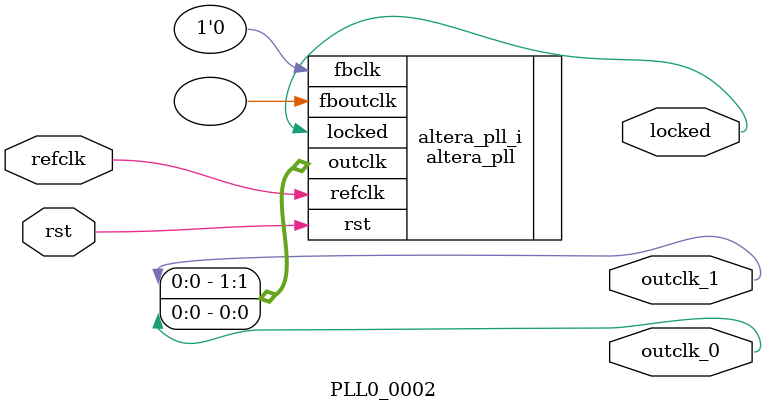
<source format=v>
`timescale 1ns/10ps
module  PLL0_0002(

	// interface 'refclk'
	input wire refclk,

	// interface 'reset'
	input wire rst,

	// interface 'outclk0'
	output wire outclk_0,

	// interface 'outclk1'
	output wire outclk_1,

	// interface 'locked'
	output wire locked
);

	altera_pll #(
		.fractional_vco_multiplier("false"),
		.reference_clock_frequency("50.0 MHz"),
		.operation_mode("direct"),
		.number_of_clocks(2),
		.output_clock_frequency0("50.000000 MHz"),
		.phase_shift0("0 ps"),
		.duty_cycle0(50),
		.output_clock_frequency1("200.000000 MHz"),
		.phase_shift1("0 ps"),
		.duty_cycle1(50),
		.output_clock_frequency2("0 MHz"),
		.phase_shift2("0 ps"),
		.duty_cycle2(50),
		.output_clock_frequency3("0 MHz"),
		.phase_shift3("0 ps"),
		.duty_cycle3(50),
		.output_clock_frequency4("0 MHz"),
		.phase_shift4("0 ps"),
		.duty_cycle4(50),
		.output_clock_frequency5("0 MHz"),
		.phase_shift5("0 ps"),
		.duty_cycle5(50),
		.output_clock_frequency6("0 MHz"),
		.phase_shift6("0 ps"),
		.duty_cycle6(50),
		.output_clock_frequency7("0 MHz"),
		.phase_shift7("0 ps"),
		.duty_cycle7(50),
		.output_clock_frequency8("0 MHz"),
		.phase_shift8("0 ps"),
		.duty_cycle8(50),
		.output_clock_frequency9("0 MHz"),
		.phase_shift9("0 ps"),
		.duty_cycle9(50),
		.output_clock_frequency10("0 MHz"),
		.phase_shift10("0 ps"),
		.duty_cycle10(50),
		.output_clock_frequency11("0 MHz"),
		.phase_shift11("0 ps"),
		.duty_cycle11(50),
		.output_clock_frequency12("0 MHz"),
		.phase_shift12("0 ps"),
		.duty_cycle12(50),
		.output_clock_frequency13("0 MHz"),
		.phase_shift13("0 ps"),
		.duty_cycle13(50),
		.output_clock_frequency14("0 MHz"),
		.phase_shift14("0 ps"),
		.duty_cycle14(50),
		.output_clock_frequency15("0 MHz"),
		.phase_shift15("0 ps"),
		.duty_cycle15(50),
		.output_clock_frequency16("0 MHz"),
		.phase_shift16("0 ps"),
		.duty_cycle16(50),
		.output_clock_frequency17("0 MHz"),
		.phase_shift17("0 ps"),
		.duty_cycle17(50),
		.pll_type("General"),
		.pll_subtype("General")
	) altera_pll_i (
		.rst	(rst),
		.outclk	({outclk_1, outclk_0}),
		.locked	(locked),
		.fboutclk	( ),
		.fbclk	(1'b0),
		.refclk	(refclk)
	);
endmodule


</source>
